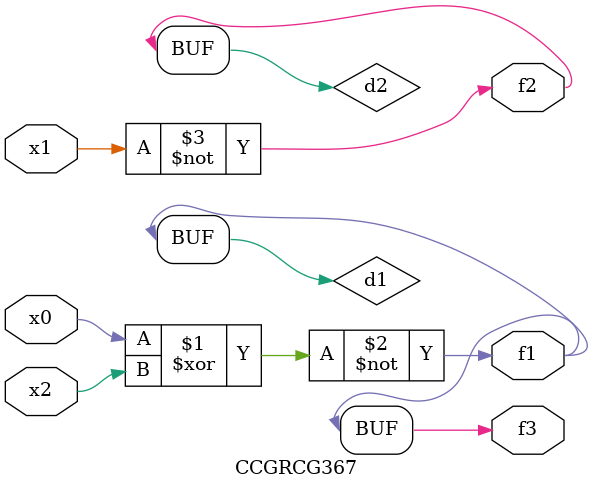
<source format=v>
module CCGRCG367(
	input x0, x1, x2,
	output f1, f2, f3
);

	wire d1, d2, d3;

	xnor (d1, x0, x2);
	nand (d2, x1);
	nor (d3, x1, x2);
	assign f1 = d1;
	assign f2 = d2;
	assign f3 = d1;
endmodule

</source>
